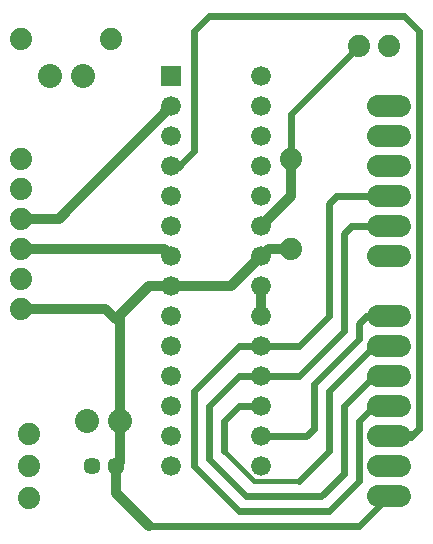
<source format=gbl>
G75*
%MOIN*%
%OFA0B0*%
%FSLAX25Y25*%
%IPPOS*%
%LPD*%
%AMOC8*
5,1,8,0,0,1.08239X$1,22.5*
%
%ADD10C,0.05700*%
%ADD11R,0.06600X0.06600*%
%ADD12C,0.06600*%
%ADD13C,0.07400*%
%ADD14C,0.07400*%
%ADD15C,0.08000*%
%ADD16C,0.03200*%
%ADD17C,0.02400*%
%ADD18C,0.01600*%
D10*
X0037063Y0026000D03*
X0044937Y0026000D03*
D11*
X0063500Y0156000D03*
D12*
X0063500Y0146000D03*
X0063500Y0136000D03*
X0063500Y0126000D03*
X0063500Y0116000D03*
X0063500Y0106000D03*
X0063500Y0096000D03*
X0063500Y0086000D03*
X0063500Y0076000D03*
X0063500Y0066000D03*
X0063500Y0056000D03*
X0063500Y0046000D03*
X0063500Y0036000D03*
X0063500Y0026000D03*
X0093500Y0026000D03*
X0093500Y0036000D03*
X0093500Y0046000D03*
X0093500Y0056000D03*
X0093500Y0066000D03*
X0093500Y0076000D03*
X0093500Y0086000D03*
X0093500Y0096000D03*
X0093500Y0106000D03*
X0093500Y0116000D03*
X0093500Y0126000D03*
X0093500Y0136000D03*
X0093500Y0146000D03*
X0093500Y0156000D03*
D13*
X0016000Y0015300D03*
X0016000Y0026000D03*
X0016000Y0036700D03*
X0013500Y0078500D03*
X0013500Y0088500D03*
X0013500Y0098500D03*
X0013500Y0108500D03*
X0013500Y0118500D03*
X0013500Y0128500D03*
X0013500Y0168500D03*
X0043500Y0168500D03*
X0103500Y0128500D03*
X0103500Y0098500D03*
X0126000Y0166000D03*
X0136000Y0166000D03*
D14*
X0132300Y0146000D02*
X0139700Y0146000D01*
X0139700Y0136000D02*
X0132300Y0136000D01*
X0132300Y0126000D02*
X0139700Y0126000D01*
X0139700Y0116000D02*
X0132300Y0116000D01*
X0132300Y0106000D02*
X0139700Y0106000D01*
X0139700Y0096000D02*
X0132300Y0096000D01*
X0132300Y0076000D02*
X0139700Y0076000D01*
X0139700Y0066000D02*
X0132300Y0066000D01*
X0132300Y0056000D02*
X0139700Y0056000D01*
X0139700Y0046000D02*
X0132300Y0046000D01*
X0132300Y0036000D02*
X0139700Y0036000D01*
X0139700Y0026000D02*
X0132300Y0026000D01*
X0132300Y0016000D02*
X0139700Y0016000D01*
D15*
X0046500Y0041000D03*
X0035500Y0041000D03*
X0034000Y0156000D03*
X0023000Y0156000D03*
D16*
X0063500Y0146000D02*
X0026000Y0108500D01*
X0013500Y0108500D01*
X0013500Y0098500D02*
X0061000Y0098500D01*
X0063500Y0096000D01*
X0063500Y0086000D02*
X0056000Y0086000D01*
X0046000Y0076000D01*
X0046500Y0075500D01*
X0046500Y0041000D01*
X0046500Y0027563D01*
X0044937Y0026000D01*
X0044937Y0017063D01*
X0056000Y0006000D01*
X0044937Y0074937D02*
X0041374Y0078500D01*
X0013500Y0078500D01*
X0044937Y0074937D02*
X0046000Y0076000D01*
X0063500Y0086000D02*
X0083500Y0086000D01*
X0093500Y0096000D01*
X0096000Y0098500D01*
X0103500Y0098500D01*
X0093500Y0106000D02*
X0103500Y0116000D01*
X0103500Y0128500D01*
X0093500Y0086000D02*
X0093500Y0076000D01*
X0136000Y0036000D02*
X0143500Y0036000D01*
X0066000Y0126000D02*
X0063500Y0126000D01*
D17*
X0066000Y0126000D02*
X0071000Y0131000D01*
X0071000Y0171000D01*
X0076000Y0176000D01*
X0141000Y0176000D01*
X0146000Y0171000D01*
X0146000Y0038500D01*
X0143500Y0036000D01*
X0141000Y0026000D02*
X0136000Y0026000D01*
X0136000Y0016000D02*
X0126000Y0006000D01*
X0056000Y0006000D01*
X0071000Y0026000D02*
X0071000Y0051000D01*
X0086000Y0066000D01*
X0093500Y0066000D01*
X0106000Y0066000D01*
X0116000Y0076000D01*
X0116000Y0113500D01*
X0118500Y0116000D01*
X0136000Y0116000D01*
X0136000Y0106000D02*
X0123500Y0106000D01*
X0121000Y0103500D01*
X0121000Y0071000D01*
X0106000Y0056000D01*
X0093500Y0056000D01*
X0086000Y0056000D01*
X0076000Y0046000D01*
X0076000Y0028500D01*
X0088500Y0016000D01*
X0113500Y0016000D01*
X0121000Y0023500D01*
X0121000Y0046000D01*
X0131000Y0056000D01*
X0136000Y0056000D01*
X0136000Y0046000D02*
X0131000Y0046000D01*
X0126000Y0041000D01*
X0126000Y0021000D01*
X0116000Y0011000D01*
X0086000Y0011000D01*
X0071000Y0026000D01*
X0081000Y0031000D02*
X0081000Y0041000D01*
X0086000Y0046000D01*
X0093500Y0046000D01*
X0093500Y0036000D02*
X0108500Y0036000D01*
X0111000Y0038500D01*
X0111000Y0051000D01*
X0111000Y0053500D01*
X0126000Y0068500D01*
X0126000Y0073500D01*
X0128500Y0076000D01*
X0136000Y0076000D01*
X0136000Y0066000D02*
X0131000Y0066000D01*
X0116000Y0051000D01*
X0116000Y0031000D01*
X0106000Y0021000D01*
X0133500Y0066000D02*
X0136000Y0066000D01*
X0103500Y0128500D02*
X0103500Y0143500D01*
X0126000Y0166000D01*
D18*
X0081000Y0031000D02*
X0091000Y0021000D01*
X0106000Y0021000D01*
M02*

</source>
